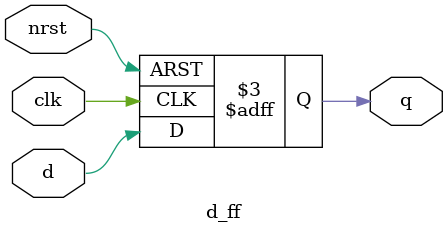
<source format=sv>
`timescale 1ns / 1ps


module d_ff(
    input logic clk, nrst,
    input  logic d,
    output logic q
    );
    
    
    always_ff@(posedge clk, negedge nrst)
        begin
            if(!nrst)
                begin
                    q <= 0;
                end
             else   
                begin
                    q <= d;
                end 
        end
    
endmodule

</source>
